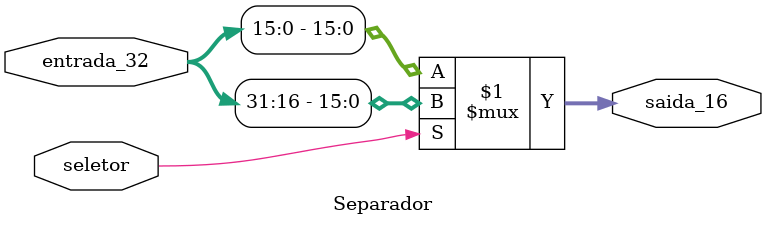
<source format=v>
module Separador (seletor, entrada_32, saida_16);
input seletor;
input [31:0] entrada_32;
output [15:0] saida_16;

assign saida_16 = (seletor)? entrada_32[31:16] : entrada_32[15:0];

endmodule 
</source>
